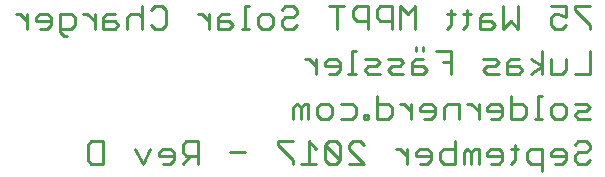
<source format=gbo>
G75*
%MOIN*%
%OFA0B0*%
%FSLAX25Y25*%
%IPPOS*%
%LPD*%
%AMOC8*
5,1,8,0,0,1.08239X$1,22.5*
%
%ADD10C,0.01100*%
D10*
X0197890Y0212372D02*
X0196639Y0213623D01*
X0196639Y0218627D01*
X0197890Y0219878D01*
X0201643Y0219878D01*
X0201643Y0212372D01*
X0197890Y0212372D01*
X0212476Y0217376D02*
X0214978Y0212372D01*
X0217480Y0217376D01*
X0220395Y0216125D02*
X0220395Y0214874D01*
X0225399Y0214874D01*
X0225399Y0213623D02*
X0225399Y0216125D01*
X0224148Y0217376D01*
X0221646Y0217376D01*
X0220395Y0216125D01*
X0221646Y0212372D02*
X0224148Y0212372D01*
X0225399Y0213623D01*
X0228314Y0212372D02*
X0230816Y0214874D01*
X0229565Y0214874D02*
X0233318Y0214874D01*
X0233318Y0212372D02*
X0233318Y0219878D01*
X0229565Y0219878D01*
X0228314Y0218627D01*
X0228314Y0216125D01*
X0229565Y0214874D01*
X0244151Y0216125D02*
X0249156Y0216125D01*
X0259989Y0218627D02*
X0264993Y0213623D01*
X0264993Y0212372D01*
X0267908Y0212372D02*
X0272912Y0212372D01*
X0270410Y0212372D02*
X0270410Y0219878D01*
X0272912Y0217376D01*
X0275826Y0218627D02*
X0275826Y0213623D01*
X0277077Y0212372D01*
X0279580Y0212372D01*
X0280831Y0213623D01*
X0275826Y0218627D01*
X0277077Y0219878D01*
X0279580Y0219878D01*
X0280831Y0218627D01*
X0280831Y0213623D01*
X0283745Y0212372D02*
X0288749Y0212372D01*
X0283745Y0217376D01*
X0283745Y0218627D01*
X0284996Y0219878D01*
X0287498Y0219878D01*
X0288749Y0218627D01*
X0288818Y0227372D02*
X0290069Y0227372D01*
X0290069Y0228623D01*
X0288818Y0228623D01*
X0288818Y0227372D01*
X0286110Y0228623D02*
X0284859Y0227372D01*
X0281105Y0227372D01*
X0278191Y0228623D02*
X0278191Y0231125D01*
X0276940Y0232376D01*
X0274438Y0232376D01*
X0273187Y0231125D01*
X0273187Y0228623D01*
X0274438Y0227372D01*
X0276940Y0227372D01*
X0278191Y0228623D01*
X0281105Y0232376D02*
X0284859Y0232376D01*
X0286110Y0231125D01*
X0286110Y0228623D01*
X0292984Y0227372D02*
X0296737Y0227372D01*
X0297988Y0228623D01*
X0297988Y0231125D01*
X0296737Y0232376D01*
X0292984Y0232376D01*
X0292984Y0234878D02*
X0292984Y0227372D01*
X0300834Y0232376D02*
X0302085Y0232376D01*
X0304587Y0229874D01*
X0304587Y0227372D02*
X0304587Y0232376D01*
X0307501Y0231125D02*
X0307501Y0229874D01*
X0312506Y0229874D01*
X0312506Y0228623D02*
X0312506Y0231125D01*
X0311255Y0232376D01*
X0308752Y0232376D01*
X0307501Y0231125D01*
X0308752Y0227372D02*
X0311255Y0227372D01*
X0312506Y0228623D01*
X0315420Y0227372D02*
X0315420Y0231125D01*
X0316671Y0232376D01*
X0320424Y0232376D01*
X0320424Y0227372D01*
X0323270Y0232376D02*
X0324521Y0232376D01*
X0327023Y0229874D01*
X0327023Y0227372D02*
X0327023Y0232376D01*
X0329938Y0231125D02*
X0329938Y0229874D01*
X0334942Y0229874D01*
X0334942Y0228623D02*
X0334942Y0231125D01*
X0333691Y0232376D01*
X0331189Y0232376D01*
X0329938Y0231125D01*
X0331189Y0227372D02*
X0333691Y0227372D01*
X0334942Y0228623D01*
X0337857Y0227372D02*
X0341610Y0227372D01*
X0342861Y0228623D01*
X0342861Y0231125D01*
X0341610Y0232376D01*
X0337857Y0232376D01*
X0337857Y0234878D02*
X0337857Y0227372D01*
X0345638Y0227372D02*
X0348140Y0227372D01*
X0346889Y0227372D02*
X0346889Y0234878D01*
X0348140Y0234878D01*
X0351055Y0231125D02*
X0352306Y0232376D01*
X0354808Y0232376D01*
X0356059Y0231125D01*
X0356059Y0228623D01*
X0354808Y0227372D01*
X0352306Y0227372D01*
X0351055Y0228623D01*
X0351055Y0231125D01*
X0358973Y0232376D02*
X0362727Y0232376D01*
X0363978Y0231125D01*
X0362727Y0229874D01*
X0360224Y0229874D01*
X0358973Y0228623D01*
X0360224Y0227372D01*
X0363978Y0227372D01*
X0362727Y0219878D02*
X0360224Y0219878D01*
X0358973Y0218627D01*
X0360224Y0216125D02*
X0358973Y0214874D01*
X0358973Y0213623D01*
X0360224Y0212372D01*
X0362727Y0212372D01*
X0363978Y0213623D01*
X0362727Y0216125D02*
X0360224Y0216125D01*
X0362727Y0216125D02*
X0363978Y0217376D01*
X0363978Y0218627D01*
X0362727Y0219878D01*
X0356059Y0216125D02*
X0356059Y0213623D01*
X0354808Y0212372D01*
X0352306Y0212372D01*
X0351055Y0214874D02*
X0356059Y0214874D01*
X0356059Y0216125D02*
X0354808Y0217376D01*
X0352306Y0217376D01*
X0351055Y0216125D01*
X0351055Y0214874D01*
X0348140Y0212372D02*
X0344387Y0212372D01*
X0343136Y0213623D01*
X0343136Y0216125D01*
X0344387Y0217376D01*
X0348140Y0217376D01*
X0348140Y0209870D01*
X0338970Y0213623D02*
X0337719Y0212372D01*
X0338970Y0213623D02*
X0338970Y0218627D01*
X0340221Y0217376D02*
X0337719Y0217376D01*
X0334942Y0216125D02*
X0334942Y0213623D01*
X0333691Y0212372D01*
X0331189Y0212372D01*
X0329938Y0214874D02*
X0334942Y0214874D01*
X0334942Y0216125D02*
X0333691Y0217376D01*
X0331189Y0217376D01*
X0329938Y0216125D01*
X0329938Y0214874D01*
X0327023Y0212372D02*
X0327023Y0217376D01*
X0325772Y0217376D01*
X0324521Y0216125D01*
X0323270Y0217376D01*
X0322019Y0216125D01*
X0322019Y0212372D01*
X0324521Y0212372D02*
X0324521Y0216125D01*
X0319105Y0217376D02*
X0315351Y0217376D01*
X0314100Y0216125D01*
X0314100Y0213623D01*
X0315351Y0212372D01*
X0319105Y0212372D01*
X0319105Y0219878D01*
X0311186Y0216125D02*
X0311186Y0213623D01*
X0309935Y0212372D01*
X0307433Y0212372D01*
X0306182Y0214874D02*
X0311186Y0214874D01*
X0311186Y0216125D02*
X0309935Y0217376D01*
X0307433Y0217376D01*
X0306182Y0216125D01*
X0306182Y0214874D01*
X0303267Y0214874D02*
X0300765Y0217376D01*
X0299514Y0217376D01*
X0303267Y0217376D02*
X0303267Y0212372D01*
X0301947Y0242372D02*
X0298194Y0242372D01*
X0296943Y0243623D01*
X0298194Y0244874D01*
X0300696Y0244874D01*
X0301947Y0246125D01*
X0300696Y0247376D01*
X0296943Y0247376D01*
X0294028Y0246125D02*
X0292777Y0247376D01*
X0289024Y0247376D01*
X0290275Y0244874D02*
X0289024Y0243623D01*
X0290275Y0242372D01*
X0294028Y0242372D01*
X0292777Y0244874D02*
X0294028Y0246125D01*
X0292777Y0244874D02*
X0290275Y0244874D01*
X0286110Y0242372D02*
X0283608Y0242372D01*
X0284859Y0242372D02*
X0284859Y0249878D01*
X0286110Y0249878D01*
X0280831Y0246125D02*
X0279580Y0247376D01*
X0277077Y0247376D01*
X0275826Y0246125D01*
X0275826Y0244874D01*
X0280831Y0244874D01*
X0280831Y0243623D02*
X0280831Y0246125D01*
X0280831Y0243623D02*
X0279580Y0242372D01*
X0277077Y0242372D01*
X0272912Y0242372D02*
X0272912Y0247376D01*
X0272912Y0244874D02*
X0270410Y0247376D01*
X0269159Y0247376D01*
X0265062Y0257372D02*
X0266313Y0258623D01*
X0265062Y0257372D02*
X0262560Y0257372D01*
X0261309Y0258623D01*
X0261309Y0259874D01*
X0262560Y0261125D01*
X0265062Y0261125D01*
X0266313Y0262376D01*
X0266313Y0263627D01*
X0265062Y0264878D01*
X0262560Y0264878D01*
X0261309Y0263627D01*
X0258394Y0261125D02*
X0258394Y0258623D01*
X0257143Y0257372D01*
X0254641Y0257372D01*
X0253390Y0258623D01*
X0253390Y0261125D01*
X0254641Y0262376D01*
X0257143Y0262376D01*
X0258394Y0261125D01*
X0250475Y0257372D02*
X0247973Y0257372D01*
X0249224Y0257372D02*
X0249224Y0264878D01*
X0250475Y0264878D01*
X0243945Y0262376D02*
X0241443Y0262376D01*
X0240192Y0261125D01*
X0240192Y0257372D01*
X0243945Y0257372D01*
X0245196Y0258623D01*
X0243945Y0259874D01*
X0240192Y0259874D01*
X0237277Y0259874D02*
X0234775Y0262376D01*
X0233524Y0262376D01*
X0237277Y0262376D02*
X0237277Y0257372D01*
X0222760Y0258623D02*
X0221509Y0257372D01*
X0219006Y0257372D01*
X0217755Y0258623D01*
X0214841Y0257372D02*
X0214841Y0264878D01*
X0213590Y0262376D02*
X0211088Y0262376D01*
X0209837Y0261125D01*
X0209837Y0257372D01*
X0206922Y0258623D02*
X0205671Y0259874D01*
X0201918Y0259874D01*
X0201918Y0261125D02*
X0201918Y0257372D01*
X0205671Y0257372D01*
X0206922Y0258623D01*
X0205671Y0262376D02*
X0203169Y0262376D01*
X0201918Y0261125D01*
X0199003Y0259874D02*
X0196501Y0262376D01*
X0195250Y0262376D01*
X0192404Y0261125D02*
X0192404Y0258623D01*
X0191153Y0257372D01*
X0187400Y0257372D01*
X0187400Y0256121D02*
X0187400Y0262376D01*
X0191153Y0262376D01*
X0192404Y0261125D01*
X0187400Y0256121D02*
X0188651Y0254870D01*
X0189902Y0254870D01*
X0184486Y0258623D02*
X0184486Y0261125D01*
X0183235Y0262376D01*
X0180732Y0262376D01*
X0179481Y0261125D01*
X0179481Y0259874D01*
X0184486Y0259874D01*
X0184486Y0258623D02*
X0183235Y0257372D01*
X0180732Y0257372D01*
X0176567Y0257372D02*
X0176567Y0262376D01*
X0176567Y0259874D02*
X0174065Y0262376D01*
X0172814Y0262376D01*
X0199003Y0262376D02*
X0199003Y0257372D01*
X0213590Y0262376D02*
X0214841Y0261125D01*
X0217755Y0263627D02*
X0219006Y0264878D01*
X0221509Y0264878D01*
X0222760Y0263627D01*
X0222760Y0258623D01*
X0265268Y0231125D02*
X0265268Y0227372D01*
X0267770Y0227372D02*
X0267770Y0231125D01*
X0266519Y0232376D01*
X0265268Y0231125D01*
X0267770Y0231125D02*
X0269021Y0232376D01*
X0270272Y0232376D01*
X0270272Y0227372D01*
X0264993Y0219878D02*
X0259989Y0219878D01*
X0259989Y0218627D01*
X0279648Y0257372D02*
X0279648Y0264878D01*
X0282150Y0264878D02*
X0277146Y0264878D01*
X0285065Y0263627D02*
X0285065Y0261125D01*
X0286316Y0259874D01*
X0290069Y0259874D01*
X0290069Y0257372D02*
X0290069Y0264878D01*
X0286316Y0264878D01*
X0285065Y0263627D01*
X0292984Y0263627D02*
X0292984Y0261125D01*
X0294235Y0259874D01*
X0297988Y0259874D01*
X0297988Y0257372D02*
X0297988Y0264878D01*
X0294235Y0264878D01*
X0292984Y0263627D01*
X0300902Y0264878D02*
X0300902Y0257372D01*
X0305907Y0257372D02*
X0305907Y0264878D01*
X0303405Y0262376D01*
X0300902Y0264878D01*
X0316602Y0262376D02*
X0319105Y0262376D01*
X0317854Y0263627D02*
X0317854Y0258623D01*
X0316602Y0257372D01*
X0321882Y0257372D02*
X0323133Y0258623D01*
X0323133Y0263627D01*
X0324384Y0262376D02*
X0321882Y0262376D01*
X0327298Y0261125D02*
X0327298Y0257372D01*
X0331051Y0257372D01*
X0332303Y0258623D01*
X0331051Y0259874D01*
X0327298Y0259874D01*
X0327298Y0261125D02*
X0328549Y0262376D01*
X0331051Y0262376D01*
X0335217Y0264878D02*
X0335217Y0257372D01*
X0337719Y0259874D01*
X0340221Y0257372D01*
X0340221Y0264878D01*
X0351055Y0264878D02*
X0356059Y0264878D01*
X0356059Y0261125D01*
X0353557Y0262376D01*
X0352306Y0262376D01*
X0351055Y0261125D01*
X0351055Y0258623D01*
X0352306Y0257372D01*
X0354808Y0257372D01*
X0356059Y0258623D01*
X0358973Y0263627D02*
X0363978Y0258623D01*
X0363978Y0257372D01*
X0363978Y0249878D02*
X0363978Y0242372D01*
X0358973Y0242372D01*
X0356059Y0243623D02*
X0356059Y0247376D01*
X0356059Y0243623D02*
X0354808Y0242372D01*
X0351055Y0242372D01*
X0351055Y0247376D01*
X0348140Y0244874D02*
X0344387Y0242372D01*
X0341541Y0243623D02*
X0340290Y0244874D01*
X0336537Y0244874D01*
X0336537Y0246125D02*
X0336537Y0242372D01*
X0340290Y0242372D01*
X0341541Y0243623D01*
X0340290Y0247376D02*
X0337788Y0247376D01*
X0336537Y0246125D01*
X0333622Y0246125D02*
X0332371Y0247376D01*
X0328618Y0247376D01*
X0329869Y0244874D02*
X0332371Y0244874D01*
X0333622Y0246125D01*
X0333622Y0242372D02*
X0329869Y0242372D01*
X0328618Y0243623D01*
X0329869Y0244874D01*
X0317785Y0246125D02*
X0315283Y0246125D01*
X0317785Y0242372D02*
X0317785Y0249878D01*
X0312781Y0249878D01*
X0308615Y0249878D02*
X0308615Y0251130D01*
X0306113Y0251130D02*
X0306113Y0249878D01*
X0306113Y0247376D02*
X0304862Y0246125D01*
X0304862Y0242372D01*
X0308615Y0242372D01*
X0309866Y0243623D01*
X0308615Y0244874D01*
X0304862Y0244874D01*
X0306113Y0247376D02*
X0308615Y0247376D01*
X0344387Y0247376D02*
X0348140Y0244874D01*
X0348140Y0242372D02*
X0348140Y0249878D01*
X0358973Y0263627D02*
X0358973Y0264878D01*
X0363978Y0264878D01*
M02*

</source>
